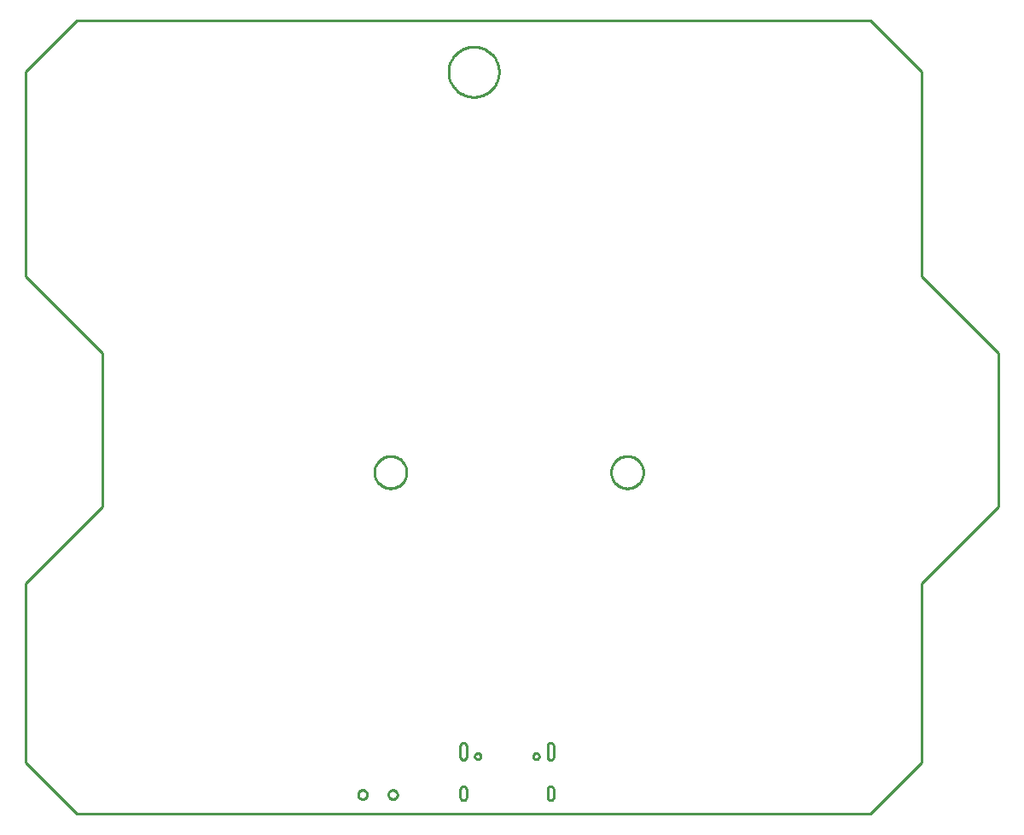
<source format=gbr>
G04 EAGLE Gerber RS-274X export*
G75*
%MOMM*%
%FSLAX34Y34*%
%LPD*%
%IN*%
%IPPOS*%
%AMOC8*
5,1,8,0,0,1.08239X$1,22.5*%
G01*
%ADD10C,0.254000*%


D10*
X0Y50800D02*
X50800Y0D01*
X838200Y0D01*
X889000Y50800D01*
X889000Y228600D01*
X965200Y304800D01*
X965200Y457200D01*
X889000Y533400D01*
X889000Y736600D01*
X838200Y787400D01*
X50800Y787400D01*
X0Y736600D01*
X0Y533400D01*
X76200Y457200D01*
X76200Y304800D01*
X0Y228600D01*
X0Y50800D01*
X517770Y16320D02*
X517781Y16059D01*
X517816Y15799D01*
X517872Y15544D01*
X517951Y15294D01*
X518051Y15052D01*
X518172Y14820D01*
X518313Y14599D01*
X518472Y14392D01*
X518649Y14199D01*
X518842Y14022D01*
X519049Y13863D01*
X519270Y13722D01*
X519502Y13601D01*
X519744Y13501D01*
X519994Y13422D01*
X520249Y13366D01*
X520509Y13331D01*
X520770Y13320D01*
X521031Y13331D01*
X521291Y13366D01*
X521546Y13422D01*
X521796Y13501D01*
X522038Y13601D01*
X522270Y13722D01*
X522491Y13863D01*
X522698Y14022D01*
X522891Y14199D01*
X523068Y14392D01*
X523227Y14599D01*
X523368Y14820D01*
X523489Y15052D01*
X523589Y15294D01*
X523668Y15544D01*
X523724Y15799D01*
X523759Y16059D01*
X523770Y16320D01*
X523770Y24320D01*
X523759Y24581D01*
X523724Y24841D01*
X523668Y25096D01*
X523589Y25346D01*
X523489Y25588D01*
X523368Y25820D01*
X523227Y26041D01*
X523068Y26248D01*
X522891Y26441D01*
X522698Y26618D01*
X522491Y26777D01*
X522270Y26918D01*
X522038Y27039D01*
X521796Y27139D01*
X521546Y27218D01*
X521291Y27274D01*
X521031Y27309D01*
X520770Y27320D01*
X520509Y27309D01*
X520249Y27274D01*
X519994Y27218D01*
X519744Y27139D01*
X519502Y27039D01*
X519270Y26918D01*
X519049Y26777D01*
X518842Y26618D01*
X518649Y26441D01*
X518472Y26248D01*
X518313Y26041D01*
X518172Y25820D01*
X518051Y25588D01*
X517951Y25346D01*
X517872Y25096D01*
X517816Y24841D01*
X517781Y24581D01*
X517770Y24320D01*
X517770Y16320D01*
X431270Y16320D02*
X431281Y16059D01*
X431316Y15799D01*
X431372Y15544D01*
X431451Y15294D01*
X431551Y15052D01*
X431672Y14820D01*
X431813Y14599D01*
X431972Y14392D01*
X432149Y14199D01*
X432342Y14022D01*
X432549Y13863D01*
X432770Y13722D01*
X433002Y13601D01*
X433244Y13501D01*
X433494Y13422D01*
X433749Y13366D01*
X434009Y13331D01*
X434270Y13320D01*
X434531Y13331D01*
X434791Y13366D01*
X435046Y13422D01*
X435296Y13501D01*
X435538Y13601D01*
X435770Y13722D01*
X435991Y13863D01*
X436198Y14022D01*
X436391Y14199D01*
X436568Y14392D01*
X436727Y14599D01*
X436868Y14820D01*
X436989Y15052D01*
X437089Y15294D01*
X437168Y15544D01*
X437224Y15799D01*
X437259Y16059D01*
X437270Y16320D01*
X437270Y24320D01*
X437259Y24581D01*
X437224Y24841D01*
X437168Y25096D01*
X437089Y25346D01*
X436989Y25588D01*
X436868Y25820D01*
X436727Y26041D01*
X436568Y26248D01*
X436391Y26441D01*
X436198Y26618D01*
X435991Y26777D01*
X435770Y26918D01*
X435538Y27039D01*
X435296Y27139D01*
X435046Y27218D01*
X434791Y27274D01*
X434531Y27309D01*
X434270Y27320D01*
X434009Y27309D01*
X433749Y27274D01*
X433494Y27218D01*
X433244Y27139D01*
X433002Y27039D01*
X432770Y26918D01*
X432549Y26777D01*
X432342Y26618D01*
X432149Y26441D01*
X431972Y26248D01*
X431813Y26041D01*
X431672Y25820D01*
X431551Y25588D01*
X431451Y25346D01*
X431372Y25096D01*
X431316Y24841D01*
X431281Y24581D01*
X431270Y24320D01*
X431270Y16320D01*
X517770Y56520D02*
X517781Y56259D01*
X517816Y55999D01*
X517872Y55744D01*
X517951Y55494D01*
X518051Y55252D01*
X518172Y55020D01*
X518313Y54799D01*
X518472Y54592D01*
X518649Y54399D01*
X518842Y54222D01*
X519049Y54063D01*
X519270Y53922D01*
X519502Y53801D01*
X519744Y53701D01*
X519994Y53622D01*
X520249Y53566D01*
X520509Y53531D01*
X520770Y53520D01*
X521031Y53531D01*
X521291Y53566D01*
X521546Y53622D01*
X521796Y53701D01*
X522038Y53801D01*
X522270Y53922D01*
X522491Y54063D01*
X522698Y54222D01*
X522891Y54399D01*
X523068Y54592D01*
X523227Y54799D01*
X523368Y55020D01*
X523489Y55252D01*
X523589Y55494D01*
X523668Y55744D01*
X523724Y55999D01*
X523759Y56259D01*
X523770Y56520D01*
X523770Y67520D01*
X523759Y67781D01*
X523724Y68041D01*
X523668Y68296D01*
X523589Y68546D01*
X523489Y68788D01*
X523368Y69020D01*
X523227Y69241D01*
X523068Y69448D01*
X522891Y69641D01*
X522698Y69818D01*
X522491Y69977D01*
X522270Y70118D01*
X522038Y70239D01*
X521796Y70339D01*
X521546Y70418D01*
X521291Y70474D01*
X521031Y70509D01*
X520770Y70520D01*
X520509Y70509D01*
X520249Y70474D01*
X519994Y70418D01*
X519744Y70339D01*
X519502Y70239D01*
X519270Y70118D01*
X519049Y69977D01*
X518842Y69818D01*
X518649Y69641D01*
X518472Y69448D01*
X518313Y69241D01*
X518172Y69020D01*
X518051Y68788D01*
X517951Y68546D01*
X517872Y68296D01*
X517816Y68041D01*
X517781Y67781D01*
X517770Y67520D01*
X517770Y56520D01*
X431270Y56520D02*
X431281Y56259D01*
X431316Y55999D01*
X431372Y55744D01*
X431451Y55494D01*
X431551Y55252D01*
X431672Y55020D01*
X431813Y54799D01*
X431972Y54592D01*
X432149Y54399D01*
X432342Y54222D01*
X432549Y54063D01*
X432770Y53922D01*
X433002Y53801D01*
X433244Y53701D01*
X433494Y53622D01*
X433749Y53566D01*
X434009Y53531D01*
X434270Y53520D01*
X434531Y53531D01*
X434791Y53566D01*
X435046Y53622D01*
X435296Y53701D01*
X435538Y53801D01*
X435770Y53922D01*
X435991Y54063D01*
X436198Y54222D01*
X436391Y54399D01*
X436568Y54592D01*
X436727Y54799D01*
X436868Y55020D01*
X436989Y55252D01*
X437089Y55494D01*
X437168Y55744D01*
X437224Y55999D01*
X437259Y56259D01*
X437270Y56520D01*
X437270Y67520D01*
X437259Y67781D01*
X437224Y68041D01*
X437168Y68296D01*
X437089Y68546D01*
X436989Y68788D01*
X436868Y69020D01*
X436727Y69241D01*
X436568Y69448D01*
X436391Y69641D01*
X436198Y69818D01*
X435991Y69977D01*
X435770Y70118D01*
X435538Y70239D01*
X435296Y70339D01*
X435046Y70418D01*
X434791Y70474D01*
X434531Y70509D01*
X434270Y70520D01*
X434009Y70509D01*
X433749Y70474D01*
X433494Y70418D01*
X433244Y70339D01*
X433002Y70239D01*
X432770Y70118D01*
X432549Y69977D01*
X432342Y69818D01*
X432149Y69641D01*
X431972Y69448D01*
X431813Y69241D01*
X431672Y69020D01*
X431551Y68788D01*
X431451Y68546D01*
X431372Y68296D01*
X431316Y68041D01*
X431281Y67781D01*
X431270Y67520D01*
X431270Y56520D01*
X469500Y735899D02*
X469421Y734498D01*
X469264Y733104D01*
X469029Y731721D01*
X468717Y730353D01*
X468329Y729005D01*
X467865Y727681D01*
X467329Y726385D01*
X466720Y725121D01*
X466041Y723893D01*
X465295Y722705D01*
X464483Y721561D01*
X463608Y720464D01*
X462674Y719418D01*
X461682Y718426D01*
X460636Y717492D01*
X459539Y716617D01*
X458395Y715805D01*
X457207Y715059D01*
X455979Y714380D01*
X454715Y713771D01*
X453419Y713235D01*
X452095Y712771D01*
X450747Y712383D01*
X449379Y712071D01*
X447996Y711836D01*
X446602Y711679D01*
X445201Y711600D01*
X443799Y711600D01*
X442398Y711679D01*
X441004Y711836D01*
X439621Y712071D01*
X438253Y712383D01*
X436905Y712771D01*
X435581Y713235D01*
X434285Y713771D01*
X433021Y714380D01*
X431793Y715059D01*
X430605Y715805D01*
X429461Y716617D01*
X428364Y717492D01*
X427318Y718426D01*
X426326Y719418D01*
X425392Y720464D01*
X424517Y721561D01*
X423705Y722705D01*
X422959Y723893D01*
X422280Y725121D01*
X421671Y726385D01*
X421135Y727681D01*
X420671Y729005D01*
X420283Y730353D01*
X419971Y731721D01*
X419736Y733104D01*
X419579Y734498D01*
X419500Y735899D01*
X419500Y737301D01*
X419579Y738702D01*
X419736Y740096D01*
X419971Y741479D01*
X420283Y742847D01*
X420671Y744195D01*
X421135Y745519D01*
X421671Y746815D01*
X422280Y748079D01*
X422959Y749307D01*
X423705Y750495D01*
X424517Y751639D01*
X425392Y752736D01*
X426326Y753782D01*
X427318Y754774D01*
X428364Y755708D01*
X429461Y756583D01*
X430605Y757395D01*
X431793Y758141D01*
X433021Y758820D01*
X434285Y759429D01*
X435581Y759965D01*
X436905Y760429D01*
X438253Y760817D01*
X439621Y761129D01*
X441004Y761364D01*
X442398Y761521D01*
X443799Y761600D01*
X445201Y761600D01*
X446602Y761521D01*
X447996Y761364D01*
X449379Y761129D01*
X450747Y760817D01*
X452095Y760429D01*
X453419Y759965D01*
X454715Y759429D01*
X455979Y758820D01*
X457207Y758141D01*
X458395Y757395D01*
X459539Y756583D01*
X460636Y755708D01*
X461682Y754774D01*
X462674Y753782D01*
X463608Y752736D01*
X464483Y751639D01*
X465295Y750495D01*
X466041Y749307D01*
X466720Y748079D01*
X467329Y746815D01*
X467865Y745519D01*
X468329Y744195D01*
X468717Y742847D01*
X469029Y741479D01*
X469264Y740096D01*
X469421Y738702D01*
X469500Y737301D01*
X469500Y735899D01*
X334559Y23550D02*
X335144Y23473D01*
X335714Y23320D01*
X336259Y23095D01*
X336769Y22800D01*
X337237Y22441D01*
X337655Y22023D01*
X338014Y21555D01*
X338309Y21045D01*
X338534Y20500D01*
X338687Y19930D01*
X338764Y19345D01*
X338764Y18755D01*
X338687Y18170D01*
X338534Y17600D01*
X338309Y17055D01*
X338014Y16545D01*
X337655Y16077D01*
X337237Y15659D01*
X336769Y15300D01*
X336259Y15005D01*
X335714Y14780D01*
X335144Y14627D01*
X334559Y14550D01*
X333969Y14550D01*
X333384Y14627D01*
X332814Y14780D01*
X332269Y15005D01*
X331759Y15300D01*
X331291Y15659D01*
X330873Y16077D01*
X330514Y16545D01*
X330219Y17055D01*
X329994Y17600D01*
X329841Y18170D01*
X329764Y18755D01*
X329764Y19345D01*
X329841Y19930D01*
X329994Y20500D01*
X330219Y21045D01*
X330514Y21555D01*
X330873Y22023D01*
X331291Y22441D01*
X331759Y22800D01*
X332269Y23095D01*
X332814Y23320D01*
X333384Y23473D01*
X333969Y23550D01*
X334559Y23550D01*
X364531Y23550D02*
X365116Y23473D01*
X365686Y23320D01*
X366231Y23095D01*
X366741Y22800D01*
X367209Y22441D01*
X367627Y22023D01*
X367986Y21555D01*
X368281Y21045D01*
X368506Y20500D01*
X368659Y19930D01*
X368736Y19345D01*
X368736Y18755D01*
X368659Y18170D01*
X368506Y17600D01*
X368281Y17055D01*
X367986Y16545D01*
X367627Y16077D01*
X367209Y15659D01*
X366741Y15300D01*
X366231Y15005D01*
X365686Y14780D01*
X365116Y14627D01*
X364531Y14550D01*
X363941Y14550D01*
X363356Y14627D01*
X362786Y14780D01*
X362241Y15005D01*
X361731Y15300D01*
X361263Y15659D01*
X360845Y16077D01*
X360486Y16545D01*
X360191Y17055D01*
X359966Y17600D01*
X359813Y18170D01*
X359736Y18755D01*
X359736Y19345D01*
X359813Y19930D01*
X359966Y20500D01*
X360191Y21045D01*
X360486Y21555D01*
X360845Y22023D01*
X361263Y22441D01*
X361731Y22800D01*
X362241Y23095D01*
X362786Y23320D01*
X363356Y23473D01*
X363941Y23550D01*
X364531Y23550D01*
X580900Y338566D02*
X580969Y337521D01*
X581105Y336482D01*
X581310Y335455D01*
X581581Y334443D01*
X581917Y333451D01*
X582318Y332483D01*
X582782Y331544D01*
X583306Y330636D01*
X583888Y329765D01*
X584525Y328934D01*
X585216Y328147D01*
X585957Y327406D01*
X586744Y326715D01*
X587575Y326078D01*
X588446Y325496D01*
X589354Y324972D01*
X590293Y324508D01*
X591261Y324107D01*
X592253Y323771D01*
X593265Y323500D01*
X594292Y323295D01*
X595331Y323159D01*
X596376Y323090D01*
X597424Y323090D01*
X598469Y323159D01*
X599508Y323295D01*
X600535Y323500D01*
X601547Y323771D01*
X602539Y324107D01*
X603507Y324508D01*
X604446Y324972D01*
X605354Y325496D01*
X606225Y326078D01*
X607056Y326715D01*
X607843Y327406D01*
X608584Y328147D01*
X609275Y328934D01*
X609913Y329765D01*
X610495Y330636D01*
X611018Y331544D01*
X611482Y332483D01*
X611883Y333451D01*
X612219Y334443D01*
X612490Y335455D01*
X612695Y336482D01*
X612832Y337521D01*
X612900Y338566D01*
X612900Y339614D01*
X612832Y340659D01*
X612695Y341698D01*
X612490Y342725D01*
X612219Y343737D01*
X611883Y344729D01*
X611482Y345697D01*
X611018Y346636D01*
X610495Y347544D01*
X609913Y348415D01*
X609275Y349246D01*
X608584Y350033D01*
X607843Y350774D01*
X607056Y351465D01*
X606225Y352103D01*
X605354Y352685D01*
X604446Y353208D01*
X603507Y353672D01*
X602539Y354073D01*
X601547Y354409D01*
X600535Y354680D01*
X599508Y354885D01*
X598469Y355022D01*
X597424Y355090D01*
X596376Y355090D01*
X595331Y355022D01*
X594292Y354885D01*
X593265Y354680D01*
X592253Y354409D01*
X591261Y354073D01*
X590293Y353672D01*
X589354Y353208D01*
X588446Y352685D01*
X587575Y352103D01*
X586744Y351465D01*
X585957Y350774D01*
X585216Y350033D01*
X584525Y349246D01*
X583888Y348415D01*
X583306Y347544D01*
X582782Y346636D01*
X582318Y345697D01*
X581917Y344729D01*
X581581Y343737D01*
X581310Y342725D01*
X581105Y341698D01*
X580969Y340659D01*
X580900Y339614D01*
X580900Y338566D01*
X345950Y338566D02*
X346019Y337521D01*
X346155Y336482D01*
X346360Y335455D01*
X346631Y334443D01*
X346967Y333451D01*
X347368Y332483D01*
X347832Y331544D01*
X348356Y330636D01*
X348938Y329765D01*
X349575Y328934D01*
X350266Y328147D01*
X351007Y327406D01*
X351794Y326715D01*
X352625Y326078D01*
X353496Y325496D01*
X354404Y324972D01*
X355343Y324508D01*
X356311Y324107D01*
X357303Y323771D01*
X358315Y323500D01*
X359342Y323295D01*
X360381Y323159D01*
X361426Y323090D01*
X362474Y323090D01*
X363519Y323159D01*
X364558Y323295D01*
X365585Y323500D01*
X366597Y323771D01*
X367589Y324107D01*
X368557Y324508D01*
X369496Y324972D01*
X370404Y325496D01*
X371275Y326078D01*
X372106Y326715D01*
X372893Y327406D01*
X373634Y328147D01*
X374325Y328934D01*
X374963Y329765D01*
X375545Y330636D01*
X376068Y331544D01*
X376532Y332483D01*
X376933Y333451D01*
X377269Y334443D01*
X377540Y335455D01*
X377745Y336482D01*
X377882Y337521D01*
X377950Y338566D01*
X377950Y339614D01*
X377882Y340659D01*
X377745Y341698D01*
X377540Y342725D01*
X377269Y343737D01*
X376933Y344729D01*
X376532Y345697D01*
X376068Y346636D01*
X375545Y347544D01*
X374963Y348415D01*
X374325Y349246D01*
X373634Y350033D01*
X372893Y350774D01*
X372106Y351465D01*
X371275Y352103D01*
X370404Y352685D01*
X369496Y353208D01*
X368557Y353672D01*
X367589Y354073D01*
X366597Y354409D01*
X365585Y354680D01*
X364558Y354885D01*
X363519Y355022D01*
X362474Y355090D01*
X361426Y355090D01*
X360381Y355022D01*
X359342Y354885D01*
X358315Y354680D01*
X357303Y354409D01*
X356311Y354073D01*
X355343Y353672D01*
X354404Y353208D01*
X353496Y352685D01*
X352625Y352103D01*
X351794Y351465D01*
X351007Y350774D01*
X350266Y350033D01*
X349575Y349246D01*
X348938Y348415D01*
X348356Y347544D01*
X347832Y346636D01*
X347368Y345697D01*
X346967Y344729D01*
X346631Y343737D01*
X346360Y342725D01*
X346155Y341698D01*
X346019Y340659D01*
X345950Y339614D01*
X345950Y338566D01*
X451620Y56884D02*
X451546Y56418D01*
X451400Y55968D01*
X451186Y55548D01*
X450908Y55166D01*
X450574Y54832D01*
X450192Y54554D01*
X449772Y54340D01*
X449323Y54194D01*
X448856Y54120D01*
X448384Y54120D01*
X447918Y54194D01*
X447468Y54340D01*
X447048Y54554D01*
X446666Y54832D01*
X446332Y55166D01*
X446054Y55548D01*
X445840Y55968D01*
X445694Y56418D01*
X445620Y56884D01*
X445620Y57356D01*
X445694Y57823D01*
X445840Y58272D01*
X446054Y58692D01*
X446332Y59074D01*
X446666Y59408D01*
X447048Y59686D01*
X447468Y59900D01*
X447918Y60046D01*
X448384Y60120D01*
X448856Y60120D01*
X449323Y60046D01*
X449772Y59900D01*
X450192Y59686D01*
X450574Y59408D01*
X450908Y59074D01*
X451186Y58692D01*
X451400Y58272D01*
X451546Y57823D01*
X451620Y57356D01*
X451620Y56884D01*
X509420Y56884D02*
X509346Y56418D01*
X509200Y55968D01*
X508986Y55548D01*
X508708Y55166D01*
X508374Y54832D01*
X507992Y54554D01*
X507572Y54340D01*
X507123Y54194D01*
X506656Y54120D01*
X506184Y54120D01*
X505718Y54194D01*
X505268Y54340D01*
X504848Y54554D01*
X504466Y54832D01*
X504132Y55166D01*
X503854Y55548D01*
X503640Y55968D01*
X503494Y56418D01*
X503420Y56884D01*
X503420Y57356D01*
X503494Y57823D01*
X503640Y58272D01*
X503854Y58692D01*
X504132Y59074D01*
X504466Y59408D01*
X504848Y59686D01*
X505268Y59900D01*
X505718Y60046D01*
X506184Y60120D01*
X506656Y60120D01*
X507123Y60046D01*
X507572Y59900D01*
X507992Y59686D01*
X508374Y59408D01*
X508708Y59074D01*
X508986Y58692D01*
X509200Y58272D01*
X509346Y57823D01*
X509420Y57356D01*
X509420Y56884D01*
M02*

</source>
